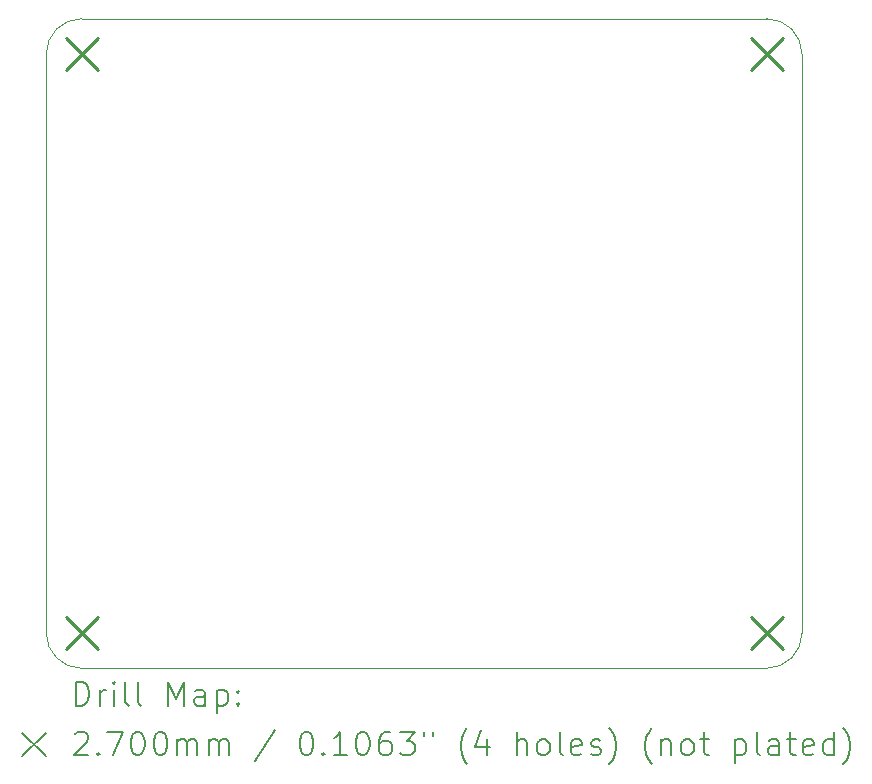
<source format=gbr>
%FSLAX45Y45*%
G04 Gerber Fmt 4.5, Leading zero omitted, Abs format (unit mm)*
G04 Created by KiCad (PCBNEW (6.0.0)) date 2022-08-18 21:55:56*
%MOMM*%
%LPD*%
G01*
G04 APERTURE LIST*
%TA.AperFunction,Profile*%
%ADD10C,0.100000*%
%TD*%
%ADD11C,0.200000*%
%ADD12C,0.270000*%
G04 APERTURE END LIST*
D10*
X14100000Y-11500000D02*
X14100000Y-16000000D01*
X13800000Y-16700000D02*
G75*
G03*
X14100000Y-16400000I0J300000D01*
G01*
X7700000Y-16400000D02*
G75*
G03*
X8000000Y-16700000I300000J0D01*
G01*
X7700000Y-11500000D02*
X7700000Y-16100000D01*
X8000000Y-11200000D02*
X13800000Y-11200000D01*
X13800000Y-16700000D02*
X8000000Y-16700000D01*
X14100000Y-16400000D02*
X14100000Y-16000000D01*
X8000000Y-11200000D02*
G75*
G03*
X7700000Y-11500000I0J-300000D01*
G01*
X14100000Y-11500000D02*
G75*
G03*
X13800000Y-11200000I-300000J0D01*
G01*
X7700000Y-16400000D02*
X7700000Y-16100000D01*
D11*
D12*
X7865000Y-11365000D02*
X8135000Y-11635000D01*
X8135000Y-11365000D02*
X7865000Y-11635000D01*
X7865000Y-16265000D02*
X8135000Y-16535000D01*
X8135000Y-16265000D02*
X7865000Y-16535000D01*
X13665000Y-11365000D02*
X13935000Y-11635000D01*
X13935000Y-11365000D02*
X13665000Y-11635000D01*
X13665000Y-16265000D02*
X13935000Y-16535000D01*
X13935000Y-16265000D02*
X13665000Y-16535000D01*
D11*
X7952619Y-17015476D02*
X7952619Y-16815476D01*
X8000238Y-16815476D01*
X8028809Y-16825000D01*
X8047857Y-16844048D01*
X8057381Y-16863095D01*
X8066905Y-16901190D01*
X8066905Y-16929762D01*
X8057381Y-16967857D01*
X8047857Y-16986905D01*
X8028809Y-17005952D01*
X8000238Y-17015476D01*
X7952619Y-17015476D01*
X8152619Y-17015476D02*
X8152619Y-16882143D01*
X8152619Y-16920238D02*
X8162143Y-16901190D01*
X8171667Y-16891667D01*
X8190714Y-16882143D01*
X8209762Y-16882143D01*
X8276428Y-17015476D02*
X8276428Y-16882143D01*
X8276428Y-16815476D02*
X8266905Y-16825000D01*
X8276428Y-16834524D01*
X8285952Y-16825000D01*
X8276428Y-16815476D01*
X8276428Y-16834524D01*
X8400238Y-17015476D02*
X8381190Y-17005952D01*
X8371667Y-16986905D01*
X8371667Y-16815476D01*
X8505000Y-17015476D02*
X8485952Y-17005952D01*
X8476429Y-16986905D01*
X8476429Y-16815476D01*
X8733571Y-17015476D02*
X8733571Y-16815476D01*
X8800238Y-16958333D01*
X8866905Y-16815476D01*
X8866905Y-17015476D01*
X9047857Y-17015476D02*
X9047857Y-16910714D01*
X9038333Y-16891667D01*
X9019286Y-16882143D01*
X8981190Y-16882143D01*
X8962143Y-16891667D01*
X9047857Y-17005952D02*
X9028810Y-17015476D01*
X8981190Y-17015476D01*
X8962143Y-17005952D01*
X8952619Y-16986905D01*
X8952619Y-16967857D01*
X8962143Y-16948810D01*
X8981190Y-16939286D01*
X9028810Y-16939286D01*
X9047857Y-16929762D01*
X9143095Y-16882143D02*
X9143095Y-17082143D01*
X9143095Y-16891667D02*
X9162143Y-16882143D01*
X9200238Y-16882143D01*
X9219286Y-16891667D01*
X9228810Y-16901190D01*
X9238333Y-16920238D01*
X9238333Y-16977381D01*
X9228810Y-16996429D01*
X9219286Y-17005952D01*
X9200238Y-17015476D01*
X9162143Y-17015476D01*
X9143095Y-17005952D01*
X9324048Y-16996429D02*
X9333571Y-17005952D01*
X9324048Y-17015476D01*
X9314524Y-17005952D01*
X9324048Y-16996429D01*
X9324048Y-17015476D01*
X9324048Y-16891667D02*
X9333571Y-16901190D01*
X9324048Y-16910714D01*
X9314524Y-16901190D01*
X9324048Y-16891667D01*
X9324048Y-16910714D01*
X7495000Y-17245000D02*
X7695000Y-17445000D01*
X7695000Y-17245000D02*
X7495000Y-17445000D01*
X7943095Y-17254524D02*
X7952619Y-17245000D01*
X7971667Y-17235476D01*
X8019286Y-17235476D01*
X8038333Y-17245000D01*
X8047857Y-17254524D01*
X8057381Y-17273571D01*
X8057381Y-17292619D01*
X8047857Y-17321190D01*
X7933571Y-17435476D01*
X8057381Y-17435476D01*
X8143095Y-17416429D02*
X8152619Y-17425952D01*
X8143095Y-17435476D01*
X8133571Y-17425952D01*
X8143095Y-17416429D01*
X8143095Y-17435476D01*
X8219286Y-17235476D02*
X8352619Y-17235476D01*
X8266905Y-17435476D01*
X8466905Y-17235476D02*
X8485952Y-17235476D01*
X8505000Y-17245000D01*
X8514524Y-17254524D01*
X8524048Y-17273571D01*
X8533571Y-17311667D01*
X8533571Y-17359286D01*
X8524048Y-17397381D01*
X8514524Y-17416429D01*
X8505000Y-17425952D01*
X8485952Y-17435476D01*
X8466905Y-17435476D01*
X8447857Y-17425952D01*
X8438333Y-17416429D01*
X8428810Y-17397381D01*
X8419286Y-17359286D01*
X8419286Y-17311667D01*
X8428810Y-17273571D01*
X8438333Y-17254524D01*
X8447857Y-17245000D01*
X8466905Y-17235476D01*
X8657381Y-17235476D02*
X8676429Y-17235476D01*
X8695476Y-17245000D01*
X8705000Y-17254524D01*
X8714524Y-17273571D01*
X8724048Y-17311667D01*
X8724048Y-17359286D01*
X8714524Y-17397381D01*
X8705000Y-17416429D01*
X8695476Y-17425952D01*
X8676429Y-17435476D01*
X8657381Y-17435476D01*
X8638333Y-17425952D01*
X8628810Y-17416429D01*
X8619286Y-17397381D01*
X8609762Y-17359286D01*
X8609762Y-17311667D01*
X8619286Y-17273571D01*
X8628810Y-17254524D01*
X8638333Y-17245000D01*
X8657381Y-17235476D01*
X8809762Y-17435476D02*
X8809762Y-17302143D01*
X8809762Y-17321190D02*
X8819286Y-17311667D01*
X8838333Y-17302143D01*
X8866905Y-17302143D01*
X8885952Y-17311667D01*
X8895476Y-17330714D01*
X8895476Y-17435476D01*
X8895476Y-17330714D02*
X8905000Y-17311667D01*
X8924048Y-17302143D01*
X8952619Y-17302143D01*
X8971667Y-17311667D01*
X8981190Y-17330714D01*
X8981190Y-17435476D01*
X9076429Y-17435476D02*
X9076429Y-17302143D01*
X9076429Y-17321190D02*
X9085952Y-17311667D01*
X9105000Y-17302143D01*
X9133571Y-17302143D01*
X9152619Y-17311667D01*
X9162143Y-17330714D01*
X9162143Y-17435476D01*
X9162143Y-17330714D02*
X9171667Y-17311667D01*
X9190714Y-17302143D01*
X9219286Y-17302143D01*
X9238333Y-17311667D01*
X9247857Y-17330714D01*
X9247857Y-17435476D01*
X9638333Y-17225952D02*
X9466905Y-17483095D01*
X9895476Y-17235476D02*
X9914524Y-17235476D01*
X9933571Y-17245000D01*
X9943095Y-17254524D01*
X9952619Y-17273571D01*
X9962143Y-17311667D01*
X9962143Y-17359286D01*
X9952619Y-17397381D01*
X9943095Y-17416429D01*
X9933571Y-17425952D01*
X9914524Y-17435476D01*
X9895476Y-17435476D01*
X9876429Y-17425952D01*
X9866905Y-17416429D01*
X9857381Y-17397381D01*
X9847857Y-17359286D01*
X9847857Y-17311667D01*
X9857381Y-17273571D01*
X9866905Y-17254524D01*
X9876429Y-17245000D01*
X9895476Y-17235476D01*
X10047857Y-17416429D02*
X10057381Y-17425952D01*
X10047857Y-17435476D01*
X10038333Y-17425952D01*
X10047857Y-17416429D01*
X10047857Y-17435476D01*
X10247857Y-17435476D02*
X10133571Y-17435476D01*
X10190714Y-17435476D02*
X10190714Y-17235476D01*
X10171667Y-17264048D01*
X10152619Y-17283095D01*
X10133571Y-17292619D01*
X10371667Y-17235476D02*
X10390714Y-17235476D01*
X10409762Y-17245000D01*
X10419286Y-17254524D01*
X10428810Y-17273571D01*
X10438333Y-17311667D01*
X10438333Y-17359286D01*
X10428810Y-17397381D01*
X10419286Y-17416429D01*
X10409762Y-17425952D01*
X10390714Y-17435476D01*
X10371667Y-17435476D01*
X10352619Y-17425952D01*
X10343095Y-17416429D01*
X10333571Y-17397381D01*
X10324048Y-17359286D01*
X10324048Y-17311667D01*
X10333571Y-17273571D01*
X10343095Y-17254524D01*
X10352619Y-17245000D01*
X10371667Y-17235476D01*
X10609762Y-17235476D02*
X10571667Y-17235476D01*
X10552619Y-17245000D01*
X10543095Y-17254524D01*
X10524048Y-17283095D01*
X10514524Y-17321190D01*
X10514524Y-17397381D01*
X10524048Y-17416429D01*
X10533571Y-17425952D01*
X10552619Y-17435476D01*
X10590714Y-17435476D01*
X10609762Y-17425952D01*
X10619286Y-17416429D01*
X10628810Y-17397381D01*
X10628810Y-17349762D01*
X10619286Y-17330714D01*
X10609762Y-17321190D01*
X10590714Y-17311667D01*
X10552619Y-17311667D01*
X10533571Y-17321190D01*
X10524048Y-17330714D01*
X10514524Y-17349762D01*
X10695476Y-17235476D02*
X10819286Y-17235476D01*
X10752619Y-17311667D01*
X10781190Y-17311667D01*
X10800238Y-17321190D01*
X10809762Y-17330714D01*
X10819286Y-17349762D01*
X10819286Y-17397381D01*
X10809762Y-17416429D01*
X10800238Y-17425952D01*
X10781190Y-17435476D01*
X10724048Y-17435476D01*
X10705000Y-17425952D01*
X10695476Y-17416429D01*
X10895476Y-17235476D02*
X10895476Y-17273571D01*
X10971667Y-17235476D02*
X10971667Y-17273571D01*
X11266905Y-17511667D02*
X11257381Y-17502143D01*
X11238333Y-17473571D01*
X11228809Y-17454524D01*
X11219286Y-17425952D01*
X11209762Y-17378333D01*
X11209762Y-17340238D01*
X11219286Y-17292619D01*
X11228809Y-17264048D01*
X11238333Y-17245000D01*
X11257381Y-17216429D01*
X11266905Y-17206905D01*
X11428809Y-17302143D02*
X11428809Y-17435476D01*
X11381190Y-17225952D02*
X11333571Y-17368810D01*
X11457381Y-17368810D01*
X11685952Y-17435476D02*
X11685952Y-17235476D01*
X11771667Y-17435476D02*
X11771667Y-17330714D01*
X11762143Y-17311667D01*
X11743095Y-17302143D01*
X11714524Y-17302143D01*
X11695476Y-17311667D01*
X11685952Y-17321190D01*
X11895476Y-17435476D02*
X11876428Y-17425952D01*
X11866905Y-17416429D01*
X11857381Y-17397381D01*
X11857381Y-17340238D01*
X11866905Y-17321190D01*
X11876428Y-17311667D01*
X11895476Y-17302143D01*
X11924048Y-17302143D01*
X11943095Y-17311667D01*
X11952619Y-17321190D01*
X11962143Y-17340238D01*
X11962143Y-17397381D01*
X11952619Y-17416429D01*
X11943095Y-17425952D01*
X11924048Y-17435476D01*
X11895476Y-17435476D01*
X12076428Y-17435476D02*
X12057381Y-17425952D01*
X12047857Y-17406905D01*
X12047857Y-17235476D01*
X12228809Y-17425952D02*
X12209762Y-17435476D01*
X12171667Y-17435476D01*
X12152619Y-17425952D01*
X12143095Y-17406905D01*
X12143095Y-17330714D01*
X12152619Y-17311667D01*
X12171667Y-17302143D01*
X12209762Y-17302143D01*
X12228809Y-17311667D01*
X12238333Y-17330714D01*
X12238333Y-17349762D01*
X12143095Y-17368810D01*
X12314524Y-17425952D02*
X12333571Y-17435476D01*
X12371667Y-17435476D01*
X12390714Y-17425952D01*
X12400238Y-17406905D01*
X12400238Y-17397381D01*
X12390714Y-17378333D01*
X12371667Y-17368810D01*
X12343095Y-17368810D01*
X12324048Y-17359286D01*
X12314524Y-17340238D01*
X12314524Y-17330714D01*
X12324048Y-17311667D01*
X12343095Y-17302143D01*
X12371667Y-17302143D01*
X12390714Y-17311667D01*
X12466905Y-17511667D02*
X12476428Y-17502143D01*
X12495476Y-17473571D01*
X12505000Y-17454524D01*
X12514524Y-17425952D01*
X12524048Y-17378333D01*
X12524048Y-17340238D01*
X12514524Y-17292619D01*
X12505000Y-17264048D01*
X12495476Y-17245000D01*
X12476428Y-17216429D01*
X12466905Y-17206905D01*
X12828809Y-17511667D02*
X12819286Y-17502143D01*
X12800238Y-17473571D01*
X12790714Y-17454524D01*
X12781190Y-17425952D01*
X12771667Y-17378333D01*
X12771667Y-17340238D01*
X12781190Y-17292619D01*
X12790714Y-17264048D01*
X12800238Y-17245000D01*
X12819286Y-17216429D01*
X12828809Y-17206905D01*
X12905000Y-17302143D02*
X12905000Y-17435476D01*
X12905000Y-17321190D02*
X12914524Y-17311667D01*
X12933571Y-17302143D01*
X12962143Y-17302143D01*
X12981190Y-17311667D01*
X12990714Y-17330714D01*
X12990714Y-17435476D01*
X13114524Y-17435476D02*
X13095476Y-17425952D01*
X13085952Y-17416429D01*
X13076428Y-17397381D01*
X13076428Y-17340238D01*
X13085952Y-17321190D01*
X13095476Y-17311667D01*
X13114524Y-17302143D01*
X13143095Y-17302143D01*
X13162143Y-17311667D01*
X13171667Y-17321190D01*
X13181190Y-17340238D01*
X13181190Y-17397381D01*
X13171667Y-17416429D01*
X13162143Y-17425952D01*
X13143095Y-17435476D01*
X13114524Y-17435476D01*
X13238333Y-17302143D02*
X13314524Y-17302143D01*
X13266905Y-17235476D02*
X13266905Y-17406905D01*
X13276428Y-17425952D01*
X13295476Y-17435476D01*
X13314524Y-17435476D01*
X13533571Y-17302143D02*
X13533571Y-17502143D01*
X13533571Y-17311667D02*
X13552619Y-17302143D01*
X13590714Y-17302143D01*
X13609762Y-17311667D01*
X13619286Y-17321190D01*
X13628809Y-17340238D01*
X13628809Y-17397381D01*
X13619286Y-17416429D01*
X13609762Y-17425952D01*
X13590714Y-17435476D01*
X13552619Y-17435476D01*
X13533571Y-17425952D01*
X13743095Y-17435476D02*
X13724048Y-17425952D01*
X13714524Y-17406905D01*
X13714524Y-17235476D01*
X13905000Y-17435476D02*
X13905000Y-17330714D01*
X13895476Y-17311667D01*
X13876428Y-17302143D01*
X13838333Y-17302143D01*
X13819286Y-17311667D01*
X13905000Y-17425952D02*
X13885952Y-17435476D01*
X13838333Y-17435476D01*
X13819286Y-17425952D01*
X13809762Y-17406905D01*
X13809762Y-17387857D01*
X13819286Y-17368810D01*
X13838333Y-17359286D01*
X13885952Y-17359286D01*
X13905000Y-17349762D01*
X13971667Y-17302143D02*
X14047857Y-17302143D01*
X14000238Y-17235476D02*
X14000238Y-17406905D01*
X14009762Y-17425952D01*
X14028809Y-17435476D01*
X14047857Y-17435476D01*
X14190714Y-17425952D02*
X14171667Y-17435476D01*
X14133571Y-17435476D01*
X14114524Y-17425952D01*
X14105000Y-17406905D01*
X14105000Y-17330714D01*
X14114524Y-17311667D01*
X14133571Y-17302143D01*
X14171667Y-17302143D01*
X14190714Y-17311667D01*
X14200238Y-17330714D01*
X14200238Y-17349762D01*
X14105000Y-17368810D01*
X14371667Y-17435476D02*
X14371667Y-17235476D01*
X14371667Y-17425952D02*
X14352619Y-17435476D01*
X14314524Y-17435476D01*
X14295476Y-17425952D01*
X14285952Y-17416429D01*
X14276428Y-17397381D01*
X14276428Y-17340238D01*
X14285952Y-17321190D01*
X14295476Y-17311667D01*
X14314524Y-17302143D01*
X14352619Y-17302143D01*
X14371667Y-17311667D01*
X14447857Y-17511667D02*
X14457381Y-17502143D01*
X14476428Y-17473571D01*
X14485952Y-17454524D01*
X14495476Y-17425952D01*
X14505000Y-17378333D01*
X14505000Y-17340238D01*
X14495476Y-17292619D01*
X14485952Y-17264048D01*
X14476428Y-17245000D01*
X14457381Y-17216429D01*
X14447857Y-17206905D01*
M02*

</source>
